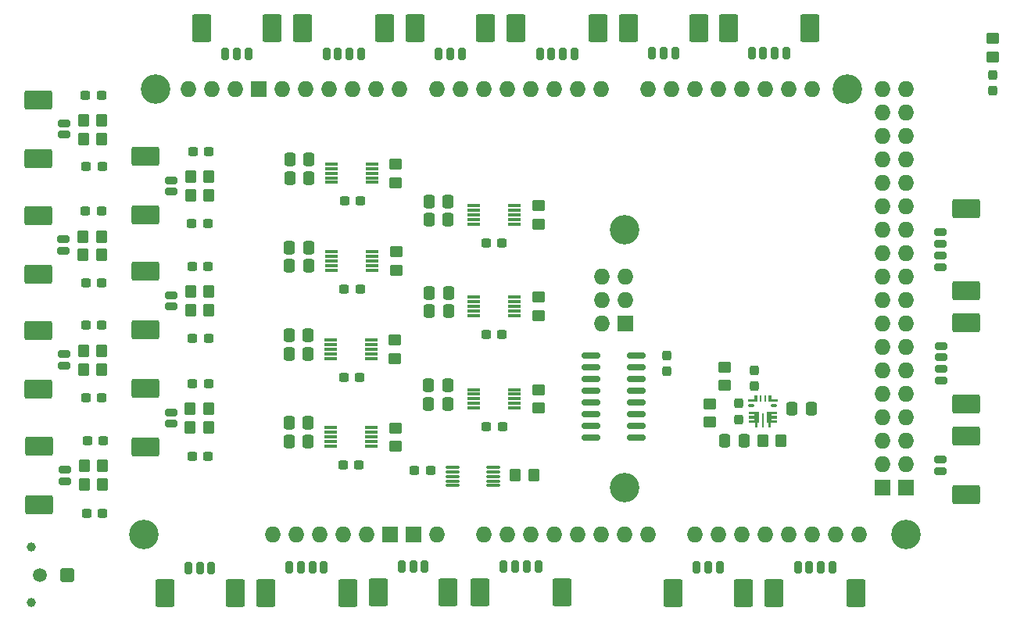
<source format=gts>
%TF.GenerationSoftware,KiCad,Pcbnew,7.0.7*%
%TF.CreationDate,2024-02-25T13:02:43-05:00*%
%TF.ProjectId,Rover Voltage Sense,526f7665-7220-4566-9f6c-746167652053,rev?*%
%TF.SameCoordinates,Original*%
%TF.FileFunction,Soldermask,Top*%
%TF.FilePolarity,Negative*%
%FSLAX46Y46*%
G04 Gerber Fmt 4.6, Leading zero omitted, Abs format (unit mm)*
G04 Created by KiCad (PCBNEW 7.0.7) date 2024-02-25 13:02:43*
%MOMM*%
%LPD*%
G01*
G04 APERTURE LIST*
G04 Aperture macros list*
%AMRoundRect*
0 Rectangle with rounded corners*
0 $1 Rounding radius*
0 $2 $3 $4 $5 $6 $7 $8 $9 X,Y pos of 4 corners*
0 Add a 4 corners polygon primitive as box body*
4,1,4,$2,$3,$4,$5,$6,$7,$8,$9,$2,$3,0*
0 Add four circle primitives for the rounded corners*
1,1,$1+$1,$2,$3*
1,1,$1+$1,$4,$5*
1,1,$1+$1,$6,$7*
1,1,$1+$1,$8,$9*
0 Add four rect primitives between the rounded corners*
20,1,$1+$1,$2,$3,$4,$5,0*
20,1,$1+$1,$4,$5,$6,$7,0*
20,1,$1+$1,$6,$7,$8,$9,0*
20,1,$1+$1,$8,$9,$2,$3,0*%
%AMFreePoly0*
4,1,17,0.356036,0.828536,0.357500,0.825000,0.357500,-0.125000,0.356036,-0.128536,0.352500,-0.130000,-0.352500,-0.130000,-0.356036,-0.128536,-0.357500,-0.125000,-0.357500,0.125000,-0.356036,0.128536,-0.352500,0.130000,0.097500,0.130000,0.097500,0.825000,0.098964,0.828536,0.102500,0.830000,0.352500,0.830000,0.356036,0.828536,0.356036,0.828536,$1*%
%AMFreePoly1*
4,1,17,0.356036,0.128536,0.357500,0.125000,0.357500,-0.825000,0.356036,-0.828536,0.352500,-0.830000,0.102500,-0.830000,0.098964,-0.828536,0.097500,-0.825000,0.097500,-0.130000,-0.352500,-0.130000,-0.356036,-0.128536,-0.357500,-0.125000,-0.357500,0.125000,-0.356036,0.128536,-0.352500,0.130000,0.352500,0.130000,0.356036,0.128536,0.356036,0.128536,$1*%
%AMFreePoly2*
4,1,41,0.273536,0.631036,0.275000,0.627500,0.275000,-0.627500,0.273536,-0.631036,0.270000,-0.632500,0.085000,-0.632500,0.085000,-1.072500,0.083536,-1.076036,0.080000,-1.077500,-0.170000,-1.077500,-0.173536,-1.076036,-0.175000,-1.072500,-0.175000,-0.632464,-0.870036,-0.627500,-0.871813,-0.626749,-0.873536,-0.626036,-0.873543,-0.626018,-0.873561,-0.626011,-0.874274,-0.624252,-0.875000,-0.622500,
-0.875000,-0.372500,-0.873536,-0.368964,-0.870000,-0.367500,-0.275000,-0.367500,-0.275000,-0.127500,-0.870000,-0.127500,-0.873536,-0.126036,-0.875000,-0.122500,-0.875000,0.127500,-0.873536,0.131036,-0.870000,0.132500,-0.275000,0.132500,-0.275000,0.372500,-0.870000,0.372500,-0.873536,0.373964,-0.875000,0.377500,-0.875000,0.627500,-0.873536,0.631036,-0.870000,0.632500,0.270000,0.632500,
0.273536,0.631036,0.273536,0.631036,$1*%
%AMFreePoly3*
4,1,41,0.873536,0.631036,0.875000,0.627500,0.875000,0.377500,0.873536,0.373964,0.870000,0.372500,0.275000,0.372500,0.275000,0.132500,0.870000,0.132500,0.873536,0.131036,0.875000,0.127500,0.875000,-0.122500,0.873536,-0.126036,0.870000,-0.127500,0.275000,-0.127500,0.275000,-0.367500,0.870000,-0.367500,0.873536,-0.368964,0.875000,-0.372500,0.875000,-0.622500,0.874274,-0.624252,
0.873561,-0.626011,0.873543,-0.626018,0.873536,-0.626036,0.871813,-0.626749,0.870036,-0.627500,0.175000,-0.632464,0.175000,-1.072500,0.173536,-1.076036,0.170000,-1.077500,-0.080000,-1.077500,-0.083536,-1.076036,-0.085000,-1.072500,-0.085000,-0.632500,-0.270000,-0.632500,-0.273536,-0.631036,-0.275000,-0.627500,-0.275000,0.627500,-0.273536,0.631036,-0.270000,0.632500,0.870000,0.632500,
0.873536,0.631036,0.873536,0.631036,$1*%
G04 Aperture macros list end*
%ADD10RoundRect,0.237500X0.237500X-0.287500X0.237500X0.287500X-0.237500X0.287500X-0.237500X-0.287500X0*%
%ADD11RoundRect,0.250000X-0.450000X0.350000X-0.450000X-0.350000X0.450000X-0.350000X0.450000X0.350000X0*%
%ADD12RoundRect,0.200000X-0.200000X-0.450000X0.200000X-0.450000X0.200000X0.450000X-0.200000X0.450000X0*%
%ADD13RoundRect,0.250001X-0.799999X-1.249999X0.799999X-1.249999X0.799999X1.249999X-0.799999X1.249999X0*%
%ADD14RoundRect,0.250000X0.337500X0.475000X-0.337500X0.475000X-0.337500X-0.475000X0.337500X-0.475000X0*%
%ADD15FreePoly0,270.000000*%
%ADD16RoundRect,0.062500X-0.062500X0.237500X-0.062500X-0.237500X0.062500X-0.237500X0.062500X0.237500X0*%
%ADD17FreePoly1,270.000000*%
%ADD18RoundRect,0.063750X-0.286250X0.063750X-0.286250X-0.063750X0.286250X-0.063750X0.286250X0.063750X0*%
%ADD19FreePoly2,0.000000*%
%ADD20RoundRect,0.062500X0.062500X-0.662500X0.062500X0.662500X-0.062500X0.662500X-0.062500X-0.662500X0*%
%ADD21FreePoly3,0.000000*%
%ADD22R,1.400000X0.300000*%
%ADD23RoundRect,0.075000X0.650000X0.075000X-0.650000X0.075000X-0.650000X-0.075000X0.650000X-0.075000X0*%
%ADD24RoundRect,0.200000X-0.450000X0.200000X-0.450000X-0.200000X0.450000X-0.200000X0.450000X0.200000X0*%
%ADD25RoundRect,0.250001X-1.249999X0.799999X-1.249999X-0.799999X1.249999X-0.799999X1.249999X0.799999X0*%
%ADD26RoundRect,0.200000X0.200000X0.450000X-0.200000X0.450000X-0.200000X-0.450000X0.200000X-0.450000X0*%
%ADD27RoundRect,0.250001X0.799999X1.249999X-0.799999X1.249999X-0.799999X-1.249999X0.799999X-1.249999X0*%
%ADD28RoundRect,0.200000X0.450000X-0.200000X0.450000X0.200000X-0.450000X0.200000X-0.450000X-0.200000X0*%
%ADD29RoundRect,0.250001X1.249999X-0.799999X1.249999X0.799999X-1.249999X0.799999X-1.249999X-0.799999X0*%
%ADD30RoundRect,0.237500X0.300000X0.237500X-0.300000X0.237500X-0.300000X-0.237500X0.300000X-0.237500X0*%
%ADD31RoundRect,0.237500X-0.300000X-0.237500X0.300000X-0.237500X0.300000X0.237500X-0.300000X0.237500X0*%
%ADD32RoundRect,0.250000X-0.350000X-0.450000X0.350000X-0.450000X0.350000X0.450000X-0.350000X0.450000X0*%
%ADD33C,3.200000*%
%ADD34O,1.727200X1.727200*%
%ADD35R,1.727200X1.727200*%
%ADD36RoundRect,0.250000X0.450000X-0.350000X0.450000X0.350000X-0.450000X0.350000X-0.450000X-0.350000X0*%
%ADD37C,1.000000*%
%ADD38RoundRect,0.250001X-0.499999X0.499999X-0.499999X-0.499999X0.499999X-0.499999X0.499999X0.499999X0*%
%ADD39C,1.500000*%
%ADD40RoundRect,0.150000X0.825000X0.150000X-0.825000X0.150000X-0.825000X-0.150000X0.825000X-0.150000X0*%
%ADD41RoundRect,0.237500X0.237500X-0.300000X0.237500X0.300000X-0.237500X0.300000X-0.237500X-0.300000X0*%
%ADD42RoundRect,0.250000X-0.337500X-0.475000X0.337500X-0.475000X0.337500X0.475000X-0.337500X0.475000X0*%
%ADD43RoundRect,0.250000X0.350000X0.450000X-0.350000X0.450000X-0.350000X-0.450000X0.350000X-0.450000X0*%
G04 APERTURE END LIST*
D10*
%TO.C,D1*%
X139000000Y-28175000D03*
X139000000Y-26425000D03*
%TD*%
D11*
%TO.C,R22*%
X139000000Y-22500000D03*
X139000000Y-24500000D03*
%TD*%
D12*
%TO.C,J8*%
X51846000Y-79825400D03*
X53096000Y-79825400D03*
X54346000Y-79825400D03*
D13*
X49296000Y-82575400D03*
X56896000Y-82575400D03*
%TD*%
D14*
%TO.C,C41*%
X79949400Y-62057000D03*
X77874400Y-62057000D03*
%TD*%
D15*
%TO.C,U16*%
X114821400Y-61533100D03*
D16*
X114321400Y-61480600D03*
X113826400Y-61480600D03*
D17*
X113326400Y-61533100D03*
D18*
X112851400Y-62253100D03*
D19*
X113371400Y-63508100D03*
D20*
X114071400Y-63855600D03*
D21*
X114776400Y-63508100D03*
D18*
X115296400Y-62253100D03*
%TD*%
D22*
%TO.C,U1*%
X67366700Y-36074600D03*
X67366700Y-36574600D03*
X67366700Y-37074600D03*
X67366700Y-37574600D03*
X67366700Y-38074600D03*
X71766700Y-38074600D03*
X71766700Y-37574600D03*
X71766700Y-37074600D03*
X71766700Y-36574600D03*
X71766700Y-36074600D03*
%TD*%
D23*
%TO.C,U15*%
X84887600Y-70926200D03*
X84887600Y-70426200D03*
X84887600Y-69926200D03*
X84887600Y-69426200D03*
X84887600Y-68926200D03*
X80487600Y-68926200D03*
X80487600Y-69426200D03*
X80487600Y-69926200D03*
X80487600Y-70426200D03*
X80487600Y-70926200D03*
%TD*%
D24*
%TO.C,J2*%
X38337400Y-44246800D03*
X38337400Y-45496800D03*
D25*
X35587400Y-41696800D03*
X35587400Y-48046800D03*
%TD*%
D14*
%TO.C,C38*%
X64816900Y-66121000D03*
X62741900Y-66121000D03*
%TD*%
D24*
%TO.C,J5*%
X49958400Y-37830600D03*
X49958400Y-39080600D03*
D25*
X47208400Y-35280600D03*
X47208400Y-41630600D03*
%TD*%
D11*
%TO.C,R21*%
X89810500Y-60534800D03*
X89810500Y-62534800D03*
%TD*%
D14*
%TO.C,C37*%
X64832500Y-56658000D03*
X62757500Y-56658000D03*
%TD*%
D26*
%TO.C,J13*%
X58360000Y-24132000D03*
X57110000Y-24132000D03*
X55860000Y-24132000D03*
D27*
X60910000Y-21382000D03*
X53310000Y-21382000D03*
%TD*%
D28*
%TO.C,J14*%
X133370000Y-59543000D03*
X133370000Y-58293000D03*
X133370000Y-57043000D03*
X133370000Y-55793000D03*
D29*
X136120000Y-62093000D03*
X136120000Y-53243000D03*
%TD*%
D24*
%TO.C,J3*%
X38379400Y-56692800D03*
X38379400Y-57942800D03*
D25*
X35629400Y-54142800D03*
X35629400Y-60492800D03*
%TD*%
D22*
%TO.C,U9*%
X82733700Y-40579800D03*
X82733700Y-41079800D03*
X82733700Y-41579800D03*
X82733700Y-42079800D03*
X82733700Y-42579800D03*
X87133700Y-42579800D03*
X87133700Y-42079800D03*
X87133700Y-41579800D03*
X87133700Y-41079800D03*
X87133700Y-40579800D03*
%TD*%
D30*
%TO.C,C10*%
X53949600Y-42494200D03*
X52224600Y-42494200D03*
%TD*%
D31*
%TO.C,C1*%
X40696400Y-28605800D03*
X42421400Y-28605800D03*
%TD*%
D32*
%TO.C,R16*%
X52075500Y-49911000D03*
X54075500Y-49911000D03*
%TD*%
D14*
%TO.C,C36*%
X64867700Y-47107600D03*
X62792700Y-47107600D03*
%TD*%
D22*
%TO.C,U3*%
X67325700Y-45583600D03*
X67325700Y-46083600D03*
X67325700Y-46583600D03*
X67325700Y-47083600D03*
X67325700Y-47583600D03*
X71725700Y-47583600D03*
X71725700Y-47083600D03*
X71725700Y-46583600D03*
X71725700Y-46083600D03*
X71725700Y-45583600D03*
%TD*%
D32*
%TO.C,R13*%
X52067200Y-37465000D03*
X54067200Y-37465000D03*
%TD*%
%TO.C,R25*%
X114047800Y-66098900D03*
X116047800Y-66098900D03*
%TD*%
D33*
%TO.C,A1*%
X46990000Y-76200000D03*
X48260000Y-27940000D03*
D34*
X60960000Y-76200000D03*
D33*
X99060000Y-43180000D03*
X99060000Y-71120000D03*
X123190000Y-27940000D03*
X129540000Y-76200000D03*
D34*
X68580000Y-76200000D03*
X71120000Y-76200000D03*
X99187000Y-48260000D03*
X127000000Y-27940000D03*
X129540000Y-27940000D03*
X83820000Y-76200000D03*
X86360000Y-76200000D03*
X88900000Y-76200000D03*
X91440000Y-76200000D03*
X93980000Y-76200000D03*
X96520000Y-76200000D03*
X99060000Y-76200000D03*
X101600000Y-76200000D03*
X106680000Y-76200000D03*
X109220000Y-76200000D03*
X111760000Y-76200000D03*
X114300000Y-76200000D03*
X116840000Y-76200000D03*
X119380000Y-76200000D03*
X121920000Y-76200000D03*
X124460000Y-76200000D03*
X56896000Y-27940000D03*
X96520000Y-27940000D03*
X93980000Y-27940000D03*
X91440000Y-27940000D03*
X88900000Y-27940000D03*
X86360000Y-27940000D03*
X83820000Y-27940000D03*
X81280000Y-27940000D03*
X78740000Y-27940000D03*
X74676000Y-27940000D03*
X72136000Y-27940000D03*
X69596000Y-27940000D03*
X67056000Y-27940000D03*
X64516000Y-27940000D03*
X61976000Y-27940000D03*
X101600000Y-27940000D03*
X104140000Y-27940000D03*
X106680000Y-27940000D03*
X109220000Y-27940000D03*
X111760000Y-27940000D03*
X114300000Y-27940000D03*
X116840000Y-27940000D03*
X119380000Y-27940000D03*
X127000000Y-30480000D03*
X129540000Y-30480000D03*
X127000000Y-33020000D03*
X129540000Y-33020000D03*
X127000000Y-35560000D03*
X129540000Y-35560000D03*
X127000000Y-38100000D03*
X129540000Y-38100000D03*
X127000000Y-40640000D03*
X129540000Y-40640000D03*
X127000000Y-43180000D03*
X129540000Y-43180000D03*
X127000000Y-45720000D03*
X129540000Y-45720000D03*
X127000000Y-48260000D03*
X129540000Y-48260000D03*
X127000000Y-50800000D03*
X129540000Y-50800000D03*
X127000000Y-53340000D03*
X129540000Y-53340000D03*
X127000000Y-55880000D03*
X129540000Y-55880000D03*
X127000000Y-58420000D03*
X129540000Y-58420000D03*
X127000000Y-60960000D03*
X129540000Y-60960000D03*
X127000000Y-63500000D03*
X129540000Y-63500000D03*
X127000000Y-66040000D03*
X129540000Y-66040000D03*
X127000000Y-68580000D03*
X129540000Y-68580000D03*
D35*
X59436000Y-27940000D03*
X73660000Y-76200000D03*
X76200000Y-76200000D03*
X99187000Y-53340000D03*
X127000000Y-71120000D03*
X129540000Y-71120000D03*
D34*
X63500000Y-76200000D03*
X96647000Y-48260000D03*
X99187000Y-50800000D03*
X66040000Y-76200000D03*
X96647000Y-53340000D03*
X96647000Y-50800000D03*
X51816000Y-27940000D03*
X54356000Y-27940000D03*
X78740000Y-76200000D03*
%TD*%
D36*
%TO.C,R27*%
X109967800Y-60088500D03*
X109967800Y-58088500D03*
%TD*%
D31*
%TO.C,C3*%
X40694200Y-41163400D03*
X42419200Y-41163400D03*
%TD*%
D37*
%TO.C,J23*%
X34800000Y-77600000D03*
X34800000Y-83600000D03*
D38*
X38740000Y-80600000D03*
D39*
X35740000Y-80600000D03*
%TD*%
D11*
%TO.C,R3*%
X74306700Y-36090600D03*
X74306700Y-38090600D03*
%TD*%
D31*
%TO.C,C5*%
X40743800Y-53543200D03*
X42468800Y-53543200D03*
%TD*%
D22*
%TO.C,U5*%
X67290500Y-55134000D03*
X67290500Y-55634000D03*
X67290500Y-56134000D03*
X67290500Y-56634000D03*
X67290500Y-57134000D03*
X71690500Y-57134000D03*
X71690500Y-56634000D03*
X71690500Y-56134000D03*
X71690500Y-55634000D03*
X71690500Y-55134000D03*
%TD*%
D31*
%TO.C,C13*%
X52299700Y-59842400D03*
X54024700Y-59842400D03*
%TD*%
D40*
%TO.C,U17*%
X100406200Y-65709800D03*
X100406200Y-64439800D03*
X100406200Y-63169800D03*
X100406200Y-61899800D03*
X100406200Y-60629800D03*
X100406200Y-59359800D03*
X100406200Y-58089800D03*
X100406200Y-56819800D03*
X95456200Y-56819800D03*
X95456200Y-58089800D03*
X95456200Y-59359800D03*
X95456200Y-60629800D03*
X95456200Y-61899800D03*
X95456200Y-63169800D03*
X95456200Y-64439800D03*
X95456200Y-65709800D03*
%TD*%
D11*
%TO.C,R12*%
X74300900Y-64675000D03*
X74300900Y-66675000D03*
%TD*%
D30*
%TO.C,C23*%
X70420500Y-59198000D03*
X68695500Y-59198000D03*
%TD*%
%TO.C,C27*%
X85873500Y-64566800D03*
X84148500Y-64566800D03*
%TD*%
%TO.C,C6*%
X42493100Y-61442600D03*
X40768100Y-61442600D03*
%TD*%
D14*
%TO.C,C35*%
X64908700Y-37598600D03*
X62833700Y-37598600D03*
%TD*%
D30*
%TO.C,C25*%
X85796200Y-44627800D03*
X84071200Y-44627800D03*
%TD*%
D26*
%TO.C,J11*%
X104568000Y-24110000D03*
X103318000Y-24110000D03*
X102068000Y-24110000D03*
D27*
X107118000Y-21360000D03*
X99518000Y-21360000D03*
%TD*%
D22*
%TO.C,U13*%
X82784500Y-60518800D03*
X82784500Y-61018800D03*
X82784500Y-61518800D03*
X82784500Y-62018800D03*
X82784500Y-62518800D03*
X87184500Y-62518800D03*
X87184500Y-62018800D03*
X87184500Y-61518800D03*
X87184500Y-61018800D03*
X87184500Y-60518800D03*
%TD*%
D36*
%TO.C,R26*%
X108342200Y-64050900D03*
X108342200Y-62050900D03*
%TD*%
D24*
%TO.C,J4*%
X38459000Y-69230400D03*
X38459000Y-70480400D03*
D25*
X35709000Y-66680400D03*
X35709000Y-73030400D03*
%TD*%
D26*
%TO.C,J19*%
X70552000Y-24132000D03*
X69302000Y-24132000D03*
X68052000Y-24132000D03*
X66802000Y-24132000D03*
D27*
X73102000Y-21382000D03*
X64252000Y-21382000D03*
%TD*%
D11*
%TO.C,R6*%
X74351700Y-45599600D03*
X74351700Y-47599600D03*
%TD*%
D32*
%TO.C,R17*%
X52075500Y-51947000D03*
X54075500Y-51947000D03*
%TD*%
D30*
%TO.C,C24*%
X70337400Y-68707000D03*
X68612400Y-68707000D03*
%TD*%
D41*
%TO.C,C18*%
X111466400Y-63761000D03*
X111466400Y-62036000D03*
%TD*%
D32*
%TO.C,R4*%
X40446800Y-43932000D03*
X42446800Y-43932000D03*
%TD*%
D31*
%TO.C,C11*%
X52248900Y-47142400D03*
X53973900Y-47142400D03*
%TD*%
D32*
%TO.C,R1*%
X40481400Y-31373300D03*
X42481400Y-31373300D03*
%TD*%
D42*
%TO.C,C32*%
X77909600Y-40124000D03*
X79984600Y-40124000D03*
%TD*%
D11*
%TO.C,R18*%
X89769500Y-50509800D03*
X89769500Y-52509800D03*
%TD*%
D42*
%TO.C,C16*%
X117255200Y-62598400D03*
X119330200Y-62598400D03*
%TD*%
%TO.C,C33*%
X77960400Y-50038000D03*
X80035400Y-50038000D03*
%TD*%
D28*
%TO.C,J22*%
X133328000Y-69332000D03*
X133328000Y-68082000D03*
D29*
X136078000Y-71882000D03*
X136078000Y-65532000D03*
%TD*%
D32*
%TO.C,R5*%
X40446800Y-45938600D03*
X42446800Y-45938600D03*
%TD*%
D14*
%TO.C,C40*%
X80035400Y-52032000D03*
X77960400Y-52032000D03*
%TD*%
D42*
%TO.C,C28*%
X62833700Y-35566600D03*
X64908700Y-35566600D03*
%TD*%
D31*
%TO.C,C9*%
X52326200Y-34696400D03*
X54051200Y-34696400D03*
%TD*%
D32*
%TO.C,R2*%
X40481400Y-33405300D03*
X42481400Y-33405300D03*
%TD*%
D41*
%TO.C,C20*%
X103632000Y-58544800D03*
X103632000Y-56819800D03*
%TD*%
D12*
%TO.C,J9*%
X74950000Y-79734000D03*
X76200000Y-79734000D03*
X77450000Y-79734000D03*
D13*
X72400000Y-82484000D03*
X80000000Y-82484000D03*
%TD*%
D12*
%TO.C,J18*%
X117856000Y-79800000D03*
X119106000Y-79800000D03*
X120356000Y-79800000D03*
X121606000Y-79800000D03*
D13*
X115306000Y-82550000D03*
X124156000Y-82550000D03*
%TD*%
D22*
%TO.C,U7*%
X67274900Y-64659000D03*
X67274900Y-65159000D03*
X67274900Y-65659000D03*
X67274900Y-66159000D03*
X67274900Y-66659000D03*
X71674900Y-66659000D03*
X71674900Y-66159000D03*
X71674900Y-65659000D03*
X71674900Y-65159000D03*
X71674900Y-64659000D03*
%TD*%
D30*
%TO.C,C2*%
X42521900Y-36362800D03*
X40796900Y-36362800D03*
%TD*%
%TO.C,C14*%
X53999300Y-67716400D03*
X52274300Y-67716400D03*
%TD*%
%TO.C,C26*%
X85832500Y-54541800D03*
X84107500Y-54541800D03*
%TD*%
D14*
%TO.C,C19*%
X112041200Y-66098900D03*
X109966200Y-66098900D03*
%TD*%
D32*
%TO.C,R10*%
X40568400Y-68814000D03*
X42568400Y-68814000D03*
%TD*%
D12*
%TO.C,J17*%
X86009000Y-79734000D03*
X87259000Y-79734000D03*
X88509000Y-79734000D03*
X89759000Y-79734000D03*
D13*
X83459000Y-82484000D03*
X92309000Y-82484000D03*
%TD*%
D11*
%TO.C,R9*%
X74230500Y-55166000D03*
X74230500Y-57166000D03*
%TD*%
D14*
%TO.C,C39*%
X79984600Y-42118000D03*
X77909600Y-42118000D03*
%TD*%
D31*
%TO.C,C7*%
X40894200Y-66045400D03*
X42619200Y-66045400D03*
%TD*%
D12*
%TO.C,J10*%
X106914000Y-79800000D03*
X108164000Y-79800000D03*
X109414000Y-79800000D03*
D13*
X104364000Y-82550000D03*
X111964000Y-82550000D03*
%TD*%
D42*
%TO.C,C30*%
X62757500Y-54626000D03*
X64832500Y-54626000D03*
%TD*%
D30*
%TO.C,C22*%
X70455700Y-49631600D03*
X68730700Y-49631600D03*
%TD*%
D42*
%TO.C,C34*%
X77874400Y-60025000D03*
X79949400Y-60025000D03*
%TD*%
D30*
%TO.C,C12*%
X54024700Y-54965600D03*
X52299700Y-54965600D03*
%TD*%
D32*
%TO.C,R7*%
X40471600Y-56311800D03*
X42471600Y-56311800D03*
%TD*%
D30*
%TO.C,C8*%
X42568400Y-73919400D03*
X40843400Y-73919400D03*
%TD*%
D26*
%TO.C,J21*%
X116623000Y-24110000D03*
X115373000Y-24110000D03*
X114123000Y-24110000D03*
X112873000Y-24110000D03*
D27*
X119173000Y-21360000D03*
X110323000Y-21360000D03*
%TD*%
D31*
%TO.C,C15*%
X76353600Y-69250200D03*
X78078600Y-69250200D03*
%TD*%
D11*
%TO.C,R15*%
X89759700Y-40595800D03*
X89759700Y-42595800D03*
%TD*%
D12*
%TO.C,J16*%
X62788000Y-79800000D03*
X64038000Y-79800000D03*
X65288000Y-79800000D03*
X66538000Y-79800000D03*
D13*
X60238000Y-82550000D03*
X69088000Y-82550000D03*
%TD*%
D41*
%TO.C,C17*%
X113168200Y-60128800D03*
X113168200Y-58403800D03*
%TD*%
D30*
%TO.C,C21*%
X70496700Y-40106600D03*
X68771700Y-40106600D03*
%TD*%
D32*
%TO.C,R14*%
X52076600Y-39471600D03*
X54076600Y-39471600D03*
%TD*%
%TO.C,R19*%
X52050100Y-62611000D03*
X54050100Y-62611000D03*
%TD*%
%TO.C,R8*%
X40478200Y-58369200D03*
X42478200Y-58369200D03*
%TD*%
D42*
%TO.C,C31*%
X62741900Y-64127000D03*
X64816900Y-64127000D03*
%TD*%
D32*
%TO.C,R11*%
X40568400Y-70846000D03*
X42568400Y-70846000D03*
%TD*%
D22*
%TO.C,U11*%
X82784500Y-50485800D03*
X82784500Y-50985800D03*
X82784500Y-51485800D03*
X82784500Y-51985800D03*
X82784500Y-52485800D03*
X87184500Y-52485800D03*
X87184500Y-51985800D03*
X87184500Y-51485800D03*
X87184500Y-50985800D03*
X87184500Y-50485800D03*
%TD*%
D24*
%TO.C,J7*%
X49958400Y-62976600D03*
X49958400Y-64226600D03*
D25*
X47208400Y-60426600D03*
X47208400Y-66776600D03*
%TD*%
D24*
%TO.C,J1*%
X38357400Y-31663800D03*
X38357400Y-32913800D03*
D25*
X35607400Y-29113800D03*
X35607400Y-35463800D03*
%TD*%
D28*
%TO.C,J15*%
X133304000Y-47244000D03*
X133304000Y-45994000D03*
X133304000Y-44744000D03*
X133304000Y-43494000D03*
D29*
X136054000Y-49794000D03*
X136054000Y-40944000D03*
%TD*%
D42*
%TO.C,C29*%
X62792700Y-45147600D03*
X64867700Y-45147600D03*
%TD*%
D30*
%TO.C,C4*%
X42472200Y-48961200D03*
X40747200Y-48961200D03*
%TD*%
D26*
%TO.C,J20*%
X93666000Y-24132000D03*
X92416000Y-24132000D03*
X91166000Y-24132000D03*
X89916000Y-24132000D03*
D27*
X96216000Y-21382000D03*
X87366000Y-21382000D03*
%TD*%
D24*
%TO.C,J6*%
X49958400Y-50276600D03*
X49958400Y-51526600D03*
D25*
X47208400Y-47726600D03*
X47208400Y-54076600D03*
%TD*%
D43*
%TO.C,R24*%
X89275600Y-69758200D03*
X87275600Y-69758200D03*
%TD*%
D32*
%TO.C,R20*%
X52050100Y-64617600D03*
X54050100Y-64617600D03*
%TD*%
D26*
%TO.C,J12*%
X81474000Y-24132000D03*
X80224000Y-24132000D03*
X78974000Y-24132000D03*
D27*
X84024000Y-21382000D03*
X76424000Y-21382000D03*
%TD*%
M02*

</source>
